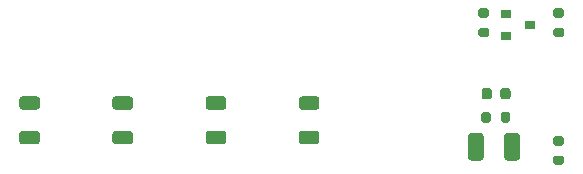
<source format=gtp>
%TF.GenerationSoftware,KiCad,Pcbnew,5.1.10-88a1d61d58~88~ubuntu20.04.1*%
%TF.CreationDate,2021-05-10T23:55:53-04:00*%
%TF.ProjectId,reminder-mainboard,72656d69-6e64-4657-922d-6d61696e626f,rev?*%
%TF.SameCoordinates,Original*%
%TF.FileFunction,Paste,Top*%
%TF.FilePolarity,Positive*%
%FSLAX46Y46*%
G04 Gerber Fmt 4.6, Leading zero omitted, Abs format (unit mm)*
G04 Created by KiCad (PCBNEW 5.1.10-88a1d61d58~88~ubuntu20.04.1) date 2021-05-10 23:55:53*
%MOMM*%
%LPD*%
G01*
G04 APERTURE LIST*
%ADD10R,0.900000X0.800000*%
G04 APERTURE END LIST*
D10*
X174085000Y-99690000D03*
X172085000Y-100640000D03*
X172085000Y-98740000D03*
G36*
G01*
X171912500Y-110925001D02*
X171912500Y-109074999D01*
G75*
G02*
X172162499Y-108825000I249999J0D01*
G01*
X172987501Y-108825000D01*
G75*
G02*
X173237500Y-109074999I0J-249999D01*
G01*
X173237500Y-110925001D01*
G75*
G02*
X172987501Y-111175000I-249999J0D01*
G01*
X172162499Y-111175000D01*
G75*
G02*
X171912500Y-110925001I0J249999D01*
G01*
G37*
G36*
G01*
X168837500Y-110925001D02*
X168837500Y-109074999D01*
G75*
G02*
X169087499Y-108825000I249999J0D01*
G01*
X169912501Y-108825000D01*
G75*
G02*
X170162500Y-109074999I0J-249999D01*
G01*
X170162500Y-110925001D01*
G75*
G02*
X169912501Y-111175000I-249999J0D01*
G01*
X169087499Y-111175000D01*
G75*
G02*
X168837500Y-110925001I0J249999D01*
G01*
G37*
G36*
G01*
X169950000Y-107775000D02*
X169950000Y-107225000D01*
G75*
G02*
X170150000Y-107025000I200000J0D01*
G01*
X170550000Y-107025000D01*
G75*
G02*
X170750000Y-107225000I0J-200000D01*
G01*
X170750000Y-107775000D01*
G75*
G02*
X170550000Y-107975000I-200000J0D01*
G01*
X170150000Y-107975000D01*
G75*
G02*
X169950000Y-107775000I0J200000D01*
G01*
G37*
G36*
G01*
X171600000Y-107775000D02*
X171600000Y-107225000D01*
G75*
G02*
X171800000Y-107025000I200000J0D01*
G01*
X172200000Y-107025000D01*
G75*
G02*
X172400000Y-107225000I0J-200000D01*
G01*
X172400000Y-107775000D01*
G75*
G02*
X172200000Y-107975000I-200000J0D01*
G01*
X171800000Y-107975000D01*
G75*
G02*
X171600000Y-107775000I0J200000D01*
G01*
G37*
G36*
G01*
X172437500Y-105243750D02*
X172437500Y-105756250D01*
G75*
G02*
X172218750Y-105975000I-218750J0D01*
G01*
X171781250Y-105975000D01*
G75*
G02*
X171562500Y-105756250I0J218750D01*
G01*
X171562500Y-105243750D01*
G75*
G02*
X171781250Y-105025000I218750J0D01*
G01*
X172218750Y-105025000D01*
G75*
G02*
X172437500Y-105243750I0J-218750D01*
G01*
G37*
G36*
G01*
X170862500Y-105243750D02*
X170862500Y-105756250D01*
G75*
G02*
X170643750Y-105975000I-218750J0D01*
G01*
X170206250Y-105975000D01*
G75*
G02*
X169987500Y-105756250I0J218750D01*
G01*
X169987500Y-105243750D01*
G75*
G02*
X170206250Y-105025000I218750J0D01*
G01*
X170643750Y-105025000D01*
G75*
G02*
X170862500Y-105243750I0J-218750D01*
G01*
G37*
G36*
G01*
X176255000Y-99930000D02*
X176805000Y-99930000D01*
G75*
G02*
X177005000Y-100130000I0J-200000D01*
G01*
X177005000Y-100530000D01*
G75*
G02*
X176805000Y-100730000I-200000J0D01*
G01*
X176255000Y-100730000D01*
G75*
G02*
X176055000Y-100530000I0J200000D01*
G01*
X176055000Y-100130000D01*
G75*
G02*
X176255000Y-99930000I200000J0D01*
G01*
G37*
G36*
G01*
X176255000Y-98280000D02*
X176805000Y-98280000D01*
G75*
G02*
X177005000Y-98480000I0J-200000D01*
G01*
X177005000Y-98880000D01*
G75*
G02*
X176805000Y-99080000I-200000J0D01*
G01*
X176255000Y-99080000D01*
G75*
G02*
X176055000Y-98880000I0J200000D01*
G01*
X176055000Y-98480000D01*
G75*
G02*
X176255000Y-98280000I200000J0D01*
G01*
G37*
G36*
G01*
X176775000Y-109900000D02*
X176225000Y-109900000D01*
G75*
G02*
X176025000Y-109700000I0J200000D01*
G01*
X176025000Y-109300000D01*
G75*
G02*
X176225000Y-109100000I200000J0D01*
G01*
X176775000Y-109100000D01*
G75*
G02*
X176975000Y-109300000I0J-200000D01*
G01*
X176975000Y-109700000D01*
G75*
G02*
X176775000Y-109900000I-200000J0D01*
G01*
G37*
G36*
G01*
X176775000Y-111550000D02*
X176225000Y-111550000D01*
G75*
G02*
X176025000Y-111350000I0J200000D01*
G01*
X176025000Y-110950000D01*
G75*
G02*
X176225000Y-110750000I200000J0D01*
G01*
X176775000Y-110750000D01*
G75*
G02*
X176975000Y-110950000I0J-200000D01*
G01*
X176975000Y-111350000D01*
G75*
G02*
X176775000Y-111550000I-200000J0D01*
G01*
G37*
G36*
G01*
X169905000Y-99930000D02*
X170455000Y-99930000D01*
G75*
G02*
X170655000Y-100130000I0J-200000D01*
G01*
X170655000Y-100530000D01*
G75*
G02*
X170455000Y-100730000I-200000J0D01*
G01*
X169905000Y-100730000D01*
G75*
G02*
X169705000Y-100530000I0J200000D01*
G01*
X169705000Y-100130000D01*
G75*
G02*
X169905000Y-99930000I200000J0D01*
G01*
G37*
G36*
G01*
X169905000Y-98280000D02*
X170455000Y-98280000D01*
G75*
G02*
X170655000Y-98480000I0J-200000D01*
G01*
X170655000Y-98880000D01*
G75*
G02*
X170455000Y-99080000I-200000J0D01*
G01*
X169905000Y-99080000D01*
G75*
G02*
X169705000Y-98880000I0J200000D01*
G01*
X169705000Y-98480000D01*
G75*
G02*
X169905000Y-98280000I200000J0D01*
G01*
G37*
G36*
G01*
X154759999Y-108657500D02*
X156010001Y-108657500D01*
G75*
G02*
X156260000Y-108907499I0J-249999D01*
G01*
X156260000Y-109532501D01*
G75*
G02*
X156010001Y-109782500I-249999J0D01*
G01*
X154759999Y-109782500D01*
G75*
G02*
X154510000Y-109532501I0J249999D01*
G01*
X154510000Y-108907499D01*
G75*
G02*
X154759999Y-108657500I249999J0D01*
G01*
G37*
G36*
G01*
X154759999Y-105732500D02*
X156010001Y-105732500D01*
G75*
G02*
X156260000Y-105982499I0J-249999D01*
G01*
X156260000Y-106607501D01*
G75*
G02*
X156010001Y-106857500I-249999J0D01*
G01*
X154759999Y-106857500D01*
G75*
G02*
X154510000Y-106607501I0J249999D01*
G01*
X154510000Y-105982499D01*
G75*
G02*
X154759999Y-105732500I249999J0D01*
G01*
G37*
G36*
G01*
X138979999Y-108657500D02*
X140230001Y-108657500D01*
G75*
G02*
X140480000Y-108907499I0J-249999D01*
G01*
X140480000Y-109532501D01*
G75*
G02*
X140230001Y-109782500I-249999J0D01*
G01*
X138979999Y-109782500D01*
G75*
G02*
X138730000Y-109532501I0J249999D01*
G01*
X138730000Y-108907499D01*
G75*
G02*
X138979999Y-108657500I249999J0D01*
G01*
G37*
G36*
G01*
X138979999Y-105732500D02*
X140230001Y-105732500D01*
G75*
G02*
X140480000Y-105982499I0J-249999D01*
G01*
X140480000Y-106607501D01*
G75*
G02*
X140230001Y-106857500I-249999J0D01*
G01*
X138979999Y-106857500D01*
G75*
G02*
X138730000Y-106607501I0J249999D01*
G01*
X138730000Y-105982499D01*
G75*
G02*
X138979999Y-105732500I249999J0D01*
G01*
G37*
G36*
G01*
X146869999Y-108657500D02*
X148120001Y-108657500D01*
G75*
G02*
X148370000Y-108907499I0J-249999D01*
G01*
X148370000Y-109532501D01*
G75*
G02*
X148120001Y-109782500I-249999J0D01*
G01*
X146869999Y-109782500D01*
G75*
G02*
X146620000Y-109532501I0J249999D01*
G01*
X146620000Y-108907499D01*
G75*
G02*
X146869999Y-108657500I249999J0D01*
G01*
G37*
G36*
G01*
X146869999Y-105732500D02*
X148120001Y-105732500D01*
G75*
G02*
X148370000Y-105982499I0J-249999D01*
G01*
X148370000Y-106607501D01*
G75*
G02*
X148120001Y-106857500I-249999J0D01*
G01*
X146869999Y-106857500D01*
G75*
G02*
X146620000Y-106607501I0J249999D01*
G01*
X146620000Y-105982499D01*
G75*
G02*
X146869999Y-105732500I249999J0D01*
G01*
G37*
G36*
G01*
X131089999Y-108657500D02*
X132340001Y-108657500D01*
G75*
G02*
X132590000Y-108907499I0J-249999D01*
G01*
X132590000Y-109532501D01*
G75*
G02*
X132340001Y-109782500I-249999J0D01*
G01*
X131089999Y-109782500D01*
G75*
G02*
X130840000Y-109532501I0J249999D01*
G01*
X130840000Y-108907499D01*
G75*
G02*
X131089999Y-108657500I249999J0D01*
G01*
G37*
G36*
G01*
X131089999Y-105732500D02*
X132340001Y-105732500D01*
G75*
G02*
X132590000Y-105982499I0J-249999D01*
G01*
X132590000Y-106607501D01*
G75*
G02*
X132340001Y-106857500I-249999J0D01*
G01*
X131089999Y-106857500D01*
G75*
G02*
X130840000Y-106607501I0J249999D01*
G01*
X130840000Y-105982499D01*
G75*
G02*
X131089999Y-105732500I249999J0D01*
G01*
G37*
M02*

</source>
